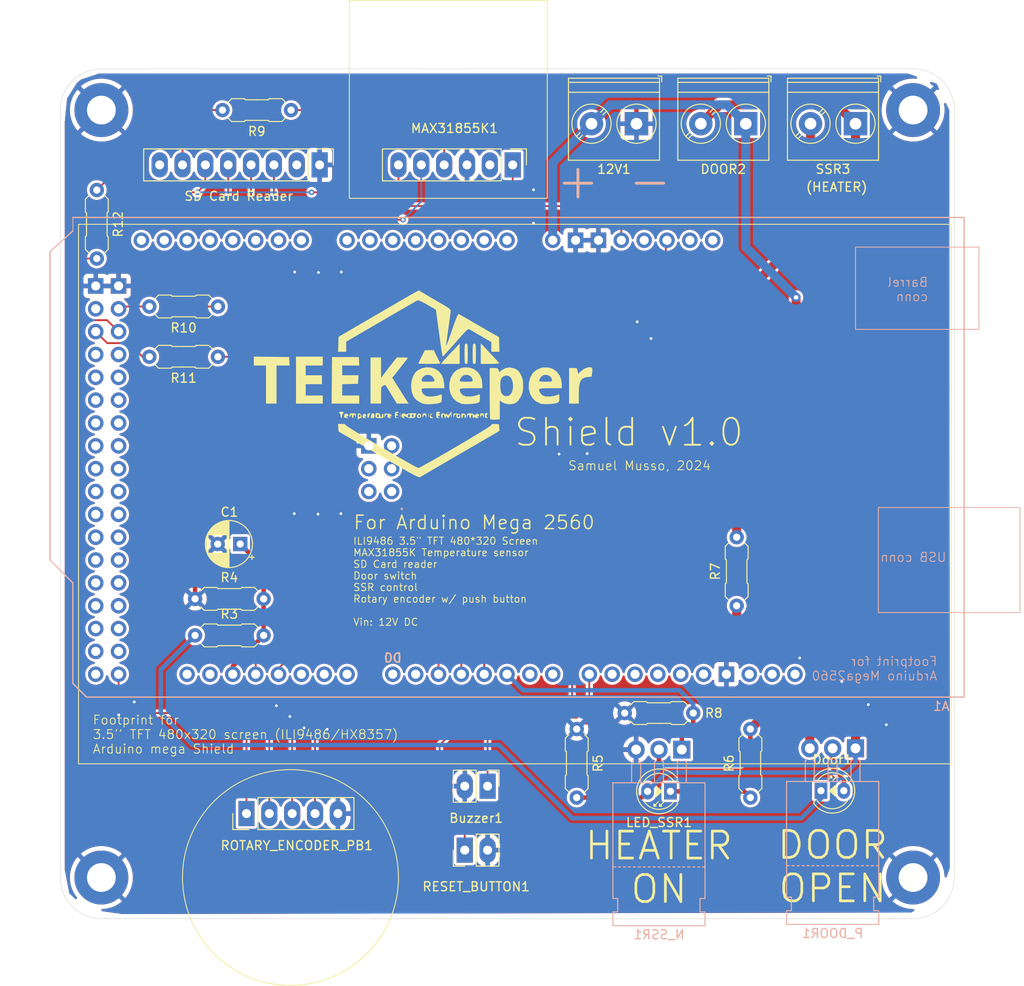
<source format=kicad_pcb>
(kicad_pcb (version 20240108) (generator "pcbnew") (generator_version "8.0")
  (layers (0 "F.Cu" signal) (31 "B.Cu" signal) (34 "B.Paste" user) (35 "F.Paste" user) (36 "B.SilkS" user "B.Silkscreen") (37 "F.SilkS" user "F.Silkscreen") (38 "B.Mask" user) (39 "F.Mask" user) (44 "Edge.Cuts" user))
  (net 0 "")
  (net 1 "/System_Shield/Analog_PCB/VIN")
  (net 2 "/System_Shield/Digital_PCB/CS")
  (net 5 "/System_Shield/Digital_PCB/CLK")
  (net 8 "/System_Shield/Analog_PCB/HEATER_CT")
  (net 14 "/System_Shield/Digital_PCB/BUZ")
  (net 16 "/System_Shield/Digital_PCB/CS_SD")
  (net 21 "/System_Shield/Digital_PCB/D2_INTRR")
  (net 28 "/System_Shield/Digital_PCB/RESET")
  (net 30 "/System_Shield/Digital_PCB/CS_PROBE")
  (net 33 "/System_Shield/Digital_PCB/D3_INTRR")
  (net 37 "/System_Shield/Analog_PCB/DOOR_SENS")
  (net 50 "/System_Shield/Digital_PCB/D4")
  (net 51 "Net-(Door1-Pad1)")
  (net 52 "Net-(P_DOOR1-D)")
  (net 53 "Net-(P_DOOR1-G)")
  (net 54 "Net-(LED_SSR1-Pad1)")
  (net 56 "Net-(N_SSR1-D)")
  (net 57 "Net-(R7-Pad2)")
  (net 66 "/System_Shield/Digital_PCB/MISO")
  (net 71 "/System_Shield/Digital_PCB/MOSI")
  (net 91 "Net-(A1-D51_MOSI)")
  (net 92 "Net-(A1-D52_SCK)")
  (net 93 "Net-(MAX31855K1-Pad4)")
  (net 94 "Net-(R12-Pad1)")
  (net 96 "GND")
  (net 98 "5V")
  (footprint "PCM_SL_Mechanical:MountingHole_3.2mm_Pad" (layer "F.Cu") (at 129.032 115.824)
    (property "Reference" "H4" (hide yes))
    (property "Value" "MountingHole_M3_3.2mm_Pad")
  )
  (footprint "PCM_Resistor_THT_AKL:R_Axial_DIN0207_L6.3mm_D2.5mm_P7.62mm_Horizontal" (layer "F.Cu") (at 181.864 99.314 -90)
    (property "Reference" "R5")
    (property "Value" "100k" (hide yes))
  )
  (footprint "PCM_Resistor_THT_AKL:R_Axial_DIN0207_L6.3mm_D2.5mm_P7.62mm_Horizontal" (layer "F.Cu") (at 139.446 84.836)
    (property "Reference" "R4")
    (property "Value" "3.3k" (hide yes))
  )
  (footprint "PCM_SL_Connectors:PinHeader_1x02_P2.54mm_Vertical" (layer "F.Cu") (at 171.958 105.664 -90)
    (property "Reference" "Buzzer1")
    (property "Value" "Buzzer_5V")
  )
  (footprint "PCM_Resistor_THT_AKL:R_Axial_DIN0207_L6.3mm_D2.5mm_P7.62mm_Horizontal" (layer "F.Cu") (at 141.986 52.324 180)
    (property "Reference" "R10")
    (property "Value" "10" (hide yes))
  )
  (footprint "PCM_arduino-library:Arduino_Mega2560_R3_Shield" (layer "F.Cu") (at 224.922 42.418 180)
    (property "Reference" "A1")
    (property "Value" "Arduino_Mega2560_R3_Shield")
  )
  (footprint "TerminalBlock_Phoenix:TerminalBlock_Phoenix_PT-1,5-2-5.0-H_1x02_P5.00mm_Horizontal" (layer "F.Cu") (at 212.852 31.996 180)
    (property "Reference" "SSR3")
    (property "Value" "Screw_Terminal_2_P5.00mm")
  )
  (footprint "PCM_SL_Mechanical:MountingHole_3.2mm_Pad" (layer "F.Cu") (at 129.032 30.48)
    (property "Reference" "H1" (hide yes))
    (property "Value" "MountingHole_M3_3.2mm_Pad")
  )
  (footprint "PCM_Resistor_THT_AKL:R_Axial_DIN0207_L6.3mm_D2.5mm_P7.62mm_Horizontal" (layer "F.Cu") (at 128.524 39.37 -90)
    (property "Reference" "R12")
    (property "Value" "10" (hide yes))
  )
  (footprint "PCM_LED_THT_AKL:LED_D4.0mm" (layer "F.Cu") (at 192.283 106.243 180)
    (property "Reference" "LED_SSR1")
    (property "Value" "LED" (hide yes))
  )
  (footprint "PCM_SL_Mechanical:MountingHole_3.2mm_Pad" (layer "F.Cu") (at 219.2528 30.48)
    (property "Reference" "H2" (hide yes))
    (property "Value" "MountingHole_M3_3.2mm_Pad")
  )
  (footprint "PCM_Resistor_THT_AKL:R_Axial_DIN0207_L6.3mm_D2.5mm_P7.62mm_Horizontal" (layer "F.Cu") (at 141.986 57.912 180)
    (property "Reference" "R11")
    (property "Value" "10" (hide yes))
  )
  (footprint "PCM_LED_THT_AKL:LED_D4.0mm" (layer "F.Cu") (at 209.0116 106.172)
    (property "Reference" "Door1")
    (property "Value" "LED" (hide yes))
  )
  (footprint "PCM_SL_Mechanical:MountingHole_3.2mm_Pad" (layer "F.Cu") (at 219.2528 115.824)
    (property "Reference" "H3" (hide yes))
    (property "Value" "MountingHole_M3_3.2mm_Pad")
  )
  (footprint "TerminalBlock_Phoenix:TerminalBlock_Phoenix_PT-1,5-2-5.0-H_1x02_P5.00mm_Horizontal" (layer "F.Cu") (at 188.508 31.996 180)
    (property "Reference" "12V1")
    (property "Value" "Screw_Terminal_2_P5.00mm")
  )
  (footprint "PCM_SL_Connectors:PinSocket_1x08_P2.54mm_Vertical" (layer "F.Cu") (at 153.289 36.576 -90)
    (property "Reference" "SD_CARD1" (hide yes))
    (property "Value" "PINHD_1x8_Female")
  )
  (footprint "PCM_Resistor_THT_AKL:R_Axial_DIN0207_L6.3mm_D2.5mm_P7.62mm_Horizontal" (layer "F.Cu") (at 199.644 85.598 90)
    (property "Reference" "R7")
    (property "Value" "100" (hide yes))
  )
  (footprint "LOGO" (layer "F.Cu") (at 164.084 60.96)
    (property "Reference" "G***" (hide yes))
    (property "Value" "LOGO" (hide yes))
  )
  (footprint "PCM_SL_Connectors:PinHeader_1x05_P2.54mm_Vertical" (layer "F.Cu") (at 145.161 108.712 90)
    (property "Reference" "ROTARY_ENCODER_PB1")
    (property "Value" "PINHD_1x5_Female")
  )
  (footprint "PCM_Resistor_THT_AKL:R_Axial_DIN0207_L6.3mm_D2.5mm_P7.62mm_Horizontal" (layer "F.Cu") (at 201.168 106.934 90)
    (property "Reference" "R6")
    (property "Value" "5k" (hide yes))
  )
  (footprint "PCM_Resistor_THT_AKL:R_Axial_DIN0207_L6.3mm_D2.5mm_P7.62mm_Horizontal" (layer "F.Cu") (at 139.446 88.9)
    (property "Reference" "R3")
    (property "Value" "5k" (hide yes))
  )
  (footprint "PCM_SL_Connectors:PinSocket_1x06_P2.54mm_Vertical" (layer "F.Cu") (at 174.752 36.576 -90)
    (property "Reference" "MAX31855K1")
    (property "Value" "PINHD_1x6_Female")
  )
  (footprint "PCM_Resistor_THT_AKL:R_Axial_DIN0207_L6.3mm_D2.5mm_P7.62mm_Horizontal" (layer "F.Cu") (at 187.198 97.536)
    (property "Reference" "R8")
    (property "Value" "10k" (hide yes))
  )
  (footprint "TerminalBlock_Phoenix:TerminalBlock_Phoenix_PT-1,5-2-5.0-H_1x02_P5.00mm_Horizontal" (layer "F.Cu") (at 200.66 31.996 180)
    (property "Reference" "DOOR2")
    (property "Value" "Screw_Terminal_2_P5.00mm")
  )
  (footprint "PCM_SL_Connectors:PinHeader_1x02_P2.54mm_Vertical" (layer "F.Cu") (at 169.418 112.776 90)
    (property "Reference" "RESET_BUTTON1")
    (property "Value" "PINHD_1x2_Female")
  )
  (footprint "PCM_Resistor_THT_AKL:R_Axial_DIN0207_L6.3mm_D2.5mm_P7.62mm_Horizontal" (layer "F.Cu") (at 150.114 30.48 180)
    (property "Reference" "R9")
    (property "Value" "10" (hide yes))
  )
  (footprint "PCM_Capacitor_THT_AKL:CP_Radial_D5.0mm_P2.50mm" (layer "F.Cu") (at 144.461113 78.74 180)
    (property "Reference" "C1")
    (property "Value" "22n" (hide yes))
  )
  (footprint "PCM_Package_TO_SOT_THT_AKL:TO-220-3_Horizontal_TabUp" (layer "B.Cu") (at 193.548 101.6 180)
    (property "Reference" "N_SSR1")
    (property "Value" "IRFZ44" (hide yes))
  )
  (footprint "PCM_Package_TO_SOT_THT_AKL:TO-220-3_Horizontal_TabUp" (layer "B.Cu") (at 212.852 101.458 180)
    (property "Reference" "P_DOOR1")
    (property "Value" "IRF4905" (hide yes))
  )
  (gr_rect (start 212.852 45.72) (end 226.568 54.864) (stroke (width 0.1)) (fill none) (layer "B.SilkS"))
  (gr_rect (start 215.392 74.676) (end 231.14 86.36) (stroke (width 0.1)) (fill none) (layer "B.SilkS"))
  (gr_rect (start 126.492 43.18) (end 223.492 103.18) (stroke (width 0.1)) (fill none) (layer "F.SilkS"))
  (gr_circle (center 150.049 115.824) (end 162.049 115.824) (stroke (width 0.1)) (fill none) (layer "F.SilkS"))
  (gr_rect (start 156.591 18.288) (end 178.591 40.288) (stroke (width 0.1)) (fill none) (layer "F.SilkS"))
  (gr_line (start 223.824799 30.988) (end 223.8248 115.824) (stroke (width 0.05)) (layer "Edge.Cuts"))
  (gr_arc (start 129.032 120.396) (mid 125.799108 119.056892) (end 124.46 115.824) (stroke (width 0.05)) (layer "Edge.Cuts"))
  (gr_arc (start 219.2528 25.879865) (mid 222.68049 27.412071) (end 223.824799 30.988) (stroke (width 0.05)) (layer "Edge.Cuts"))
  (gr_arc (start 223.8248 115.824) (mid 222.485692 119.056892) (end 219.2528 120.396) (stroke (width 0.05)) (layer "Edge.Cuts"))
  (gr_line (start 129.032 120.396) (end 219.2528 120.396) (stroke (width 0.05)) (layer "Edge.Cuts"))
  (gr_line (start 129.032 25.908) (end 219.2528 25.879865) (stroke (width 0.05)) (layer "Edge.Cuts"))
  (gr_line (start 124.46 115.824) (end 124.46 30.48) (stroke (width 0.05)) (layer "Edge.Cuts"))
  (gr_arc (start 124.46 30.48) (mid 125.799108 27.247108) (end 129.032 25.908) (stroke (width 0.05)) (layer "Edge.Cuts"))
  (gr_text "+ -" (at 179.324 36.576 180) (layer "B.SilkS") (effects (font (size 4 4) (thickness 0.3) (bold yes)) (justify left bottom mirror)))
  (gr_text "Barrel \nconn\n" (at 220.98 51.816 0) (layer "B.SilkS") (effects (font (size 1 1) (thickness 0.1)) (justify left bottom mirror)))
  (gr_text "Footprint for\nArduino Mega2560 " (at 221.996 93.98 0) (layer "B.SilkS") (effects (font (size 1 1) (thickness 0.1)) (justify left bottom mirror)))
  (gr_text "USB conn\n" (at 223.012 80.7974 0) (layer "B.SilkS") (effects (font (size 1 1) (thickness 0.1)) (justify left bottom mirror)))
  (gr_text "(HEATER)\n" (at 207.264 39.624 0) (layer "F.SilkS") (effects (font (size 1 1)) (justify left bottom)))
  (gr_text "SD Card Reader" (at 138.176 40.64 0) (layer "F.SilkS") (effects (font (size 1 1)) (justify left bottom)))
  (gr_text "HEATER\nON\n" (at 191.008 118.872 0) (layer "F.SilkS") (effects (font (size 3 3) (thickness 0.3)) (justify bottom)))
  (gr_text "Footprint for \n3.5'' TFT 480x320 screen (ILI9486/HX8357)\nArduino mega Shield" (at 128.016 102.108 0) (layer "F.SilkS") (effects (font (size 1 1) (thickness 0.1)) (justify left bottom)))
  (gr_text "For Arduino Mega 2560" (at 156.972 77.216 0) (layer "F.SilkS") (effects (font (size 1.5 1.5)) (justify left bottom)))
  (gr_text "+ -" (at 179.324 40.64 0) (layer "F.SilkS") (effects (font (size 4 4) (thickness 0.3) (bold yes)) (justify left bottom)))
  (gr_text "Shield v1.0" (at 174.752 68.072 0) (layer "F.SilkS") (effects (font (size 3 3) (thickness 0.2)) (justify left bottom)))
  (gr_text "DOOR\nOPEN" (at 210.312 118.801 0) (layer "F.SilkS") (effects (font (size 3 3) (thickness 0.3)) (justify bottom)))
  (gr_text "ILI9486 3.5{dblquote} TFT 480*320 Screen\nMAX31855K Temperature sensor\nSD Card reader\nDoor switch\nSSR control\nRotary encoder w/ push button\n\nVin: 12V DC" (at 156.972 87.884 0) (layer "F.SilkS") (effects (font (size 0.8 0.8) (thickness 0.1)) (justify left bottom)))
  (gr_text "Samuel Musso, 2024" (at 180.848 70.612 0) (layer "F.SilkS") (effects (font (size 1 1) (thickness 0.1)) (justify left bottom)))
  (segment (start 206.248 51.308) (end 206.248 82.296) (width 1) (layer "F.Cu") (net 1))
  (segment (start 212.852 94.996) (end 207.772 100.076) (width 1) (layer "F.Cu") (net 1))
  (segment (start 207.772 100.076) (end 207.772 101.458) (width 1) (layer "F.Cu") (net 1))
  (segment (start 206.248 82.296) (end 212.852 88.9) (width 1) (layer "F.Cu") (net 1))
  (segment (start 212.852 88.9) (end 212.852 94.996) (width 1) (layer "F.Cu") (net 1))
  (via (at 206.248 51.308) (size 1) (drill 0.5) (layers "F.Cu" "B.Cu") (net 1))
  (segment (start 183.508 31.996) (end 179.202 36.302) (width 1) (layer "B.Cu") (net 1))
  (segment (start 200.66 45.72) (end 200.66 31.996) (width 1) (layer "B.Cu") (net 1))
  (segment (start 198.56 29.896) (end 200.66 31.996) (width 1) (layer "B.Cu") (net 1))
  (segment (start 206.248 51.308) (end 200.66 45.72) (width 1) (layer "B.Cu") (net 1))
  (segment (start 183.508 31.996) (end 185.608 29.896) (width 1) (layer "B.Cu") (net 1))
  (segment (start 185.608 29.896) (end 198.56 29.896) (width 1) (layer "B.Cu") (net 1))
  (segment (start 179.202 36.302) (end 179.202 44.958) (width 1) (layer "B.Cu") (net 1))
  (segment (start 130.048 46.736) (end 131.064 47.752) (width 0.2) (layer "F.Cu") (net 5))
  (segment (start 134.112 47.752) (end 136.652 50.292) (width 0.2) (layer "F.Cu") (net 5))
  (segment (start 139.7 39.624) (end 132.588 39.624) (width 0.2) (layer "F.Cu") (net 5))
  (segment (start 137.16 52.324) (end 141.986 52.324) (width 0.2) (layer "F.Cu") (net 5))
  (segment (start 136.652 50.292) (end 136.652 51.816) (width 0.2) (layer "F.Cu") (net 5))
  (segment (start 131.064 47.752) (end 134.112 47.752) (width 0.2) (layer "F.Cu") (net 5))
  (segment (start 162.052 39.116) (end 162.052 36.576) (width 0.2) (layer "F.Cu") (net 5))
  (segment (start 139.7 39.624) (end 140.589 38.735) (width 0.2) (layer "F.Cu") (net 5))
  (segment (start 136.652 51.816) (end 137.16 52.324) (width 0.2) (layer "F.Cu") (net 5))
  (segment (start 161.544 39.624) (end 162.052 39.116) (width 0.2) (layer "F.Cu") (net 5))
  (segment (start 132.588 39.624) (end 130.048 42.164) (width 0.2) (layer "F.Cu") (net 5))
  (segment (start 130.048 42.164) (end 130.048 46.736) (width 0.2) (layer "F.Cu") (net 5))
  (segment (start 152.4 39.624) (end 161.544 39.624) (width 0.2) (layer "F.Cu") (net 5))
  (segment (start 140.589 38.735) (end 140.589 36.576) (width 0.2) (layer "F.Cu") (net 5))
  (via (at 152.4 39.624) (size 0.6) (drill 0.3) (layers "F.Cu" "B.Cu") (net 5))
  (via (at 139.7 39.624) (size 0.6) (drill 0.3) (layers "F.Cu" "B.Cu") (net 5))
  (segment (start 152.4 39.624) (end 139.7 39.624) (width 0.2) (layer "B.Cu") (net 5))
  (segment (start 194.818 98.679) (end 194.818 97.536) (width 0.5) (layer "F.Cu") (net 8))
  (segment (start 193.548 99.949) (end 194.818 98.679) (width 0.5) (layer "F.Cu") (net 8))
  (segment (start 193.548 101.6) (end 193.548 99.949) (width 0.5) (layer "F.Cu") (net 8))
  (segment (start 175.9 94.996) (end 193.294 94.996) (width 0.5) (layer "B.Cu") (net 8))
  (segment (start 194.818 96.52) (end 194.818 97.536) (width 0.5) (layer "B.Cu") (net 8))
  (segment (start 193.294 94.996) (end 194.818 96.52) (width 0.5) (layer "B.Cu") (net 8))
  (segment (start 174.122 93.218) (end 175.9 94.996) (width 0.5) (layer "B.Cu") (net 8))
  (segment (start 173.228 98.044) (end 181.864 98.044) (width 0.2) (layer "F.Cu") (net 14))
  (segment (start 181.864 98.044) (end 183.266 96.642) (width 0.2) (layer "F.Cu") (net 14))
  (segment (start 173.228 98.044) (end 171.958 99.314) (width 0.2) (layer "F.Cu") (net 14))
  (segment (start 183.266 96.642) (end 183.266 93.218) (width 0.2) (layer "F.Cu") (net 14))
  (segment (start 171.958 105.664) (end 171.958 99.314) (width 0.2) (layer "F.Cu") (net 14))
  (segment (start 145.669 41.021) (end 147.32 42.672) (width 0.2) (layer "F.Cu") (net 16))
  (segment (start 147.32 42.672) (end 152.4 42.672) (width 0.2) (layer "F.Cu") (net 16))
  (segment (start 152.4 42.672) (end 152.908 43.18) (width 0.2) (layer "F.Cu") (net 16))
  (segment (start 149.352 86.868) (end 148.844 87.376) (width 0.2) (layer "F.Cu") (net 16))
  (segment (start 147.828 91.44) (end 146.812 91.44) (width 0.2) (layer "F.Cu") (net 16))
  (segment (start 145.669 36.576) (end 145.669 41.021) (width 0.2) (layer "F.Cu") (net 16))
  (segment (start 151.892 86.36) (end 151.384 86.868) (width 0.2) (layer "F.Cu") (net 16))
  (segment (start 152.908 43.18) (end 152.908 46.228) (width 0.2) (layer "F.Cu") (net 16))
  (segment (start 148.844 90.424) (end 147.828 91.44) (width 0.2) (layer "F.Cu") (net 16))
  (segment (start 146.812 91.44) (end 146.182 92.07) (width 0.2) (layer "F.Cu") (net 16))
  (segment (start 151.892 47.244) (end 151.892 86.36) (width 0.2) (layer "F.Cu") (net 16))
  (segment (start 152.908 46.228) (end 151.892 47.244) (width 0.2) (layer "F.Cu") (net 16))
  (segment (start 146.182 92.07) (end 146.182 93.218) (width 0.2) (layer "F.Cu") (net 16))
  (segment (start 151.384 86.868) (end 149.352 86.868) (width 0.2) (layer "F.Cu") (net 16))
  (segment (start 148.844 87.376) (end 148.844 90.424) (width 0.2) (layer "F.Cu") (net 16))
  (segment (start 159.004 98.044) (end 153.924 98.044) (width 0.2) (layer "F.Cu") (net 21))
  (segment (start 161.036 89.916) (end 160.02 90.932) (width 0.2) (layer "F.Cu") (net 21))
  (segment (start 160.02 90.932) (end 160.02 97.028) (width 0.2) (layer "F.Cu") (net 21))
  (segment (start 166.502 90.81) (end 165.608 89.916) (width 0.2) (layer "F.Cu") (net 21))
  (segment (start 166.502 93.218) (end 166.502 90.81) (width 0.2) (layer "F.Cu") (net 21))
  (segment (start 165.608 89.916) (end 161.036 89.916) (width 0.2) (layer "F.Cu") (net 21))
  (segment (start 160.02 97.028) (end 159.004 98.044) (width 0.2) (layer "F.Cu") (net 21))
  (segment (start 153.924 98.044) (end 152.781 99.187) (width 0.2) (layer "F.Cu") (net 21))
  (segment (start 152.781 99.187) (end 152.781 108.712) (width 0.2) (layer "F.Cu") (net 21))
  (segment (start 167.64 109.22) (end 166.624 108.204) (width 0.2) (layer "F.Cu") (net 28))
  (segment (start 169.418 112.776) (end 169.418 110.8202) (width 0.2) (layer "F.Cu") (net 28))
  (segment (start 171.196 96.52) (end 180.848 96.52) (width 0.2) (layer "F.Cu") (net 28))
  (segment (start 191.77 52.578) (end 191.77 45.09) (width 0.2) (layer "F.Cu") (net 28))
  (segment (start 191.77 45.09) (end 191.902 44.958) (width 0.2) (layer "F.Cu") (net 28))
  (segment (start 181.356 62.992) (end 191.77 52.578) (width 0.2) (layer "F.Cu") (net 28))
  (segment (start 169.418 110.8202) (end 167.8178 109.22) (width 0.2) (layer "F.Cu") (net 28))
  (segment (start 181.356 96.012) (end 181.356 62.992) (width 0.2) (layer "F.Cu") (net 28))
  (segment (start 167.8178 109.22) (end 167.64 109.22) (width 0.2) (layer "F.Cu") (net 28))
  (segment (start 166.624 101.092) (end 171.196 96.52) (width 0.2) (layer "F.Cu") (net 28))
  (segment (start 166.624 108.204) (end 166.624 101.092) (width 0.2) (layer "F.Cu") (net 28))
  (segment (start 180.848 96.52) (end 181.356 96.012) (width 0.2) (layer "F.Cu") (net 28))
  (segment (start 148.722 93.218) (end 148.722 92.578) (width 0.2) (layer "F.Cu") (net 30))
  (segment (start 154.94 42.672) (end 162.56 42.672) (width 0.2) (layer "F.Cu") (net 30))
  (segment (start 149.86 91.44) (end 153.416 91.44) (width 0.2) (layer "F.Cu") (net 30))
  (segment (start 154.432 43.18) (end 154.94 42.672) (width 0.2) (layer "F.Cu") (net 30))
  (segment (start 148.722 92.578) (end 149.86 91.44) (width 0.2) (layer "F.Cu") (net 30))
  (segment (start 153.416 91.44) (end 154.432 90.424) (width 0.2) (layer "F.Cu") (net 30))
  (segment (start 154.432 90.424) (end 154.432 43.18) (width 0.2) (layer "F.Cu") (net 30))
  (via (at 162.56 42.672) (size 0.6) (drill 0.3) (layers "F.Cu" "B.Cu") (net 30))
  (segment (start 162.56 42.672) (end 164.592 40.64) (width 0.2) (layer "B.Cu") (net 30))
  (segment (start 164.592 40.64) (end 164.592 36.576) (width 0.2) (layer "B.Cu") (net 30))
  (segment (start 152.908 96.52) (end 150.241 99.187) (width 0.2) (layer "F.Cu") (net 33))
  (segment (start 159.004 89.916) (end 159.004 95.504) (width 0.2) (layer "F.Cu") (net 33))
  (segment (start 159.004 95.504) (end 157.988 96.52) (width 0.2) (layer "F.Cu") (net 33))
  (segment (start 167.64 88.9) (end 160.02 88.9) (width 0.2) (layer "F.Cu") (net 33))
  (segment (start 150.241 99.187) (end 150.241 108.712) (width 0.2) (layer "F.Cu") (net 33))
  (segment (start 169.042 93.218) (end 169.042 90.302) (width 0.2) (layer "F.Cu") (net 33))
  (segment (start 169.042 90.302) (end 167.64 88.9) (width 0.2) (layer "F.Cu") (net 33))
  (segment (start 157.988 96.52) (end 152.908 96.52) (width 0.2) (layer "F.Cu") (net 33))
  (segment (start 160.02 88.9) (end 159.004 89.916) (width 0.2) (layer "F.Cu") (net 33))
  (segment (start 147.066 88.9) (end 147.066 81.344887) (width 0.5) (layer "F.Cu") (net 37))
  (segment (start 147.066 88.9) (end 143.642 92.324) (width 0.5) (layer "F.Cu") (net 37))
  (segment (start 147.066 81.344887) (end 144.461113 78.74) (width 0.5) (layer "F.Cu") (net 37))
  (segment (start 143.642 92.324) (end 143.642 93.218) (width 0.5) (layer "F.Cu") (net 37))
  (segment (start 159.512 87.884) (end 157.988 89.408) (width 0.2) (layer "F.Cu") (net 50))
  (segment (start 157.988 94.361) (end 157.353 94.996) (width 0.2) (layer "F.Cu") (net 50))
  (segment (start 147.701 98.679) (end 147.701 108.712) (width 0.2) (layer "F.Cu") (net 50))
  (segment (start 151.384 94.996) (end 147.701 98.679) (width 0.2) (layer "F.Cu") (net 50))
  (segment (start 171.582 93.218) (end 171.582 89.794) (width 0.2) (layer "F.Cu") (net 50))
  (segment (start 169.672 87.884) (end 159.512 87.884) (width 0.2) (layer "F.Cu") (net 50))
  (segment (start 157.353 94.996) (end 151.384 94.996) (width 0.2) (layer "F.Cu") (net 50))
  (segment (start 171.582 89.794) (end 169.672 87.884) (width 0.2) (layer "F.Cu") (net 50))
  (segment (start 157.988 89.408) (end 157.988 94.361) (width 0.2) (layer "F.Cu") (net 50))
  (segment (start 135.636 92.71) (end 139.446 88.9) (width 0.5) (layer "B.Cu") (net 51))
  (segment (start 139.192 101.092) (end 135.636 97.536) (width 0.5) (layer "B.Cu") (net 51))
  (segment (start 209.0116 106.172) (end 209.0116 107.0354) (width 0.5) (layer "B.Cu") (net 51))
  (segment (start 181.356 109.22) (end 173.228 101.092) (width 0.5) (layer "B.Cu") (net 51))
  (segment (start 209.0116 107.0354) (end 206.827 109.22) (width 0.5) (layer "B.Cu") (net 51))
  (segment (start 173.228 101.092) (end 139.192 101.092) (width 0.5) (layer "B.Cu") (net 51))
  (segment (start 206.827 109.22) (end 181.356 109.22) (width 0.5) (layer "B.Cu") (net 51))
  (segment (start 135.636 97.536) (end 135.636 92.71) (width 0.5) (layer "B.Cu") (net 51))
  (segment (start 211.5516 104.8716) (end 211.5516 106.172) (width 0.5) (layer "F.Cu") (net 52))
  (segment (start 210.312 103.632) (end 211.5516 104.8716) (width 0.5) (layer "F.Cu") (net 52))
  (segment (start 210.312 101.458) (end 210.312 103.632) (width 0.5) (layer "F.Cu") (net 52))
  (segment (start 189.052 106.934) (end 189.743 106.243) (width 0.5) (layer "F.Cu") (net 53))
  (segment (start 181.864 106.934) (end 189.052 106.934) (width 0.5) (layer "F.Cu") (net 53))
  (segment (start 217.424 95.504) (end 212.852 100.076) (width 1) (layer "F.Cu") (net 53))
  (segment (start 197.76 29.896) (end 210.752 29.896) (width 1) (layer "F.Cu") (net 53))
  (segment (start 212.852 100.076) (end 212.852 101.458) (width 1) (layer "F.Cu") (net 53))
  (segment (start 217.424 83.312) (end 217.424 95.504) (width 1) (layer "F.Cu") (net 53))
  (segment (start 210.752 29.896) (end 212.852 31.996) (width 1) (layer "F.Cu") (net 53))
  (segment (start 212.852 78.74) (end 217.424 83.312) (width 1) (layer "F.Cu") (net 53))
  (segment (start 212.852 31.996) (end 212.852 78.74) (width 1) (layer "F.Cu") (net 53))
  (segment (start 195.66 31.996) (end 197.76 29.896) (width 1) (layer "F.Cu") (net 53))
  (segment (start 212.852 103.124) (end 212.852 101.458) (width 0.5) (layer "B.Cu") (net 53))
  (segment (start 191.846 104.14) (end 211.836 104.14) (width 0.5) (layer "B.Cu") (net 53))
  (segment (start 189.743 106.243) (end 191.846 104.14) (width 0.5) (layer "B.Cu") (net 53))
  (segment (start 211.836 104.14) (end 212.852 103.124) (width 0.5) (layer "B.Cu") (net 53))
  (segment (start 192.283 106.243) (end 200.477 106.243) (width 0.5) (layer "F.Cu") (net 54))
  (segment (start 200.477 106.243) (end 201.168 106.934) (width 0.5) (layer "F.Cu") (net 54))
  (segment (start 191.008 103.005) (end 191.008 101.6) (width 0.5) (layer "F.Cu") (net 56))
  (segment (start 199.644 88.9) (end 200.66 89.916) (width 1) (layer "F.Cu") (net 56))
  (segment (start 208.788 92.964) (end 208.788 95.504) (width 1) (layer "F.Cu") (net 56))
  (segment (start 207.264 97.028) (end 203.454 97.028) (width 1) (layer "F.Cu") (net 56))
  (segment (start 200.126 103.15) (end 191.153 103.15) (width 0.5) (layer "F.Cu") (net 56))
  (segment (start 207.264 89.916) (end 208.788 91.44) (width 1) (layer "F.Cu") (net 56))
  (segment (start 199.644 85.598) (end 199.644 88.9) (width 1) (layer "F.Cu") (net 56))
  (segment (start 208.788 92.456) (end 208.788 92.964) (width 1) (layer "F.Cu") (net 56))
  (segment (start 208.788 91.44) (end 208.788 92.964) (width 1) (layer "F.Cu") (net 56))
  (segment (start 191.153 103.15) (end 191.008 103.005) (width 0.5) (layer "F.Cu") (net 56))
  (segment (start 204.724 89.916) (end 207.264 89.916) (width 1) (layer "F.Cu") (net 56))
  (segment (start 201.168 99.314) (end 201.168 102.108) (width 0.5) (layer "F.Cu") (net 56))
  (segment (start 203.454 97.028) (end 201.168 99.314) (width 1) (layer "F.Cu") (net 56))
  (segment (start 201.168 102.108) (end 200.126 103.15) (width 0.5) (layer "F.Cu") (net 56))
  (segment (start 208.788 95.504) (end 207.264 97.028) (width 1) (layer "F.Cu") (net 56))
  (segment (start 200.66 89.916) (end 204.724 89.916) (width 1) (layer "F.Cu") (net 56))
  (segment (start 207.852 43.608) (end 207.852 31.996) (width 1) (layer "F.Cu") (net 57))
  (segment (start 199.644 51.816) (end 207.852 43.608) (width 1) (layer "F.Cu") (net 57))
  (segment (start 199.644 77.978) (end 199.644 78.232) (width 0.5) (layer "F.Cu") (net 57))
  (segment (start 199.644 77.978) (end 199.644 51.816) (width 1) (layer "F.Cu") (net 57))
  (segment (start 127.5016 53.8416) (end 125.984 52.324) (width 0.2) (layer "F.Cu") (net 66))
  (segment (start 125.984 39.624) (end 125.984 46.228) (width 0.2) (layer "F.Cu") (net 66))
  (segment (start 142.494 30.48) (end 135.128 30.48) (width 0.2) (layer "F.Cu") (net 66))
  (segment (start 125.984 47.752) (end 125.984 46.228) (width 0.2) (layer "F.Cu") (net 66))
  (segment (start 125.984 52.324) (end 125.984 47.752) (width 0.2) (layer "F.Cu") (net 66))
  (segment (start 129.6656 53.8416) (end 127.5016 53.8416) (width 0.2) (layer "F.Cu") (net 66))
  (segment (start 130.942 55.118) (end 129.6656 53.8416) (width 0.2) (layer "F.Cu") (net 66))
  (segment (start 135.128 30.48) (end 125.984 39.624) (width 0.2) (layer "F.Cu") (net 66))
  (segment (start 128.524 46.99) (end 126.746 46.99) (width 0.2) (layer "F.Cu") (net 66))
  (segment (start 126.746 46.99) (end 125.984 47.752) (width 0.2) (layer "F.Cu") (net 66))
  (segment (start 131.572 43.688) (end 133.096 42.164) (width 0.2) (layer "F.Cu") (net 71))
  (segment (start 131.572 45.72) (end 131.572 43.688) (width 0.2) (layer "F.Cu") (net 71))
  (segment (start 135.636 46.736) (end 132.588 46.736) (width 0.2) (layer "F.Cu") (net 71))
  (segment (start 141.986 57.912) (end 143.256 57.912) (width 0.2) (layer "F.Cu") (net 71))
  (segment (start 143.256 48.768) (end 137.668 48.768) (width 0.2) (layer "F.Cu") (net 71))
  (segment (start 143.129 40.259) (end 143.129 36.576) (width 0.2) (layer "F.Cu") (net 71))
  (segment (start 143.256 57.912) (end 144.272 56.896) (width 0.2) (layer "F.Cu") (net 71))
  (segment (start 137.668 48.768) (end 135.636 46.736) (width 0.2) (layer "F.Cu") (net 71))
  (segment (start 133.096 42.164) (end 141.224 42.164) (width 0.2) (layer "F.Cu") (net 71))
  (segment (start 132.588 46.736) (end 131.572 45.72) (width 0.2) (layer "F.Cu") (net 71))
  (segment (start 144.272 56.896) (end 144.272 49.784) (width 0.2) (layer "F.Cu") (net 71))
  (segment (start 141.224 42.164) (end 143.129 40.259) (width 0.2) (layer "F.Cu") (net 71))
  (segment (start 144.272 49.784) (end 143.256 48.768) (width 0.2) (layer "F.Cu") (net 71))
  (segment (start 132.0864 56.3944) (end 133.604 57.912) (width 0.2) (layer "F.Cu") (net 91))
  (segment (start 129.6784 56.3944) (end 132.0864 56.3944) (width 0.2) (layer "F.Cu") (net 91))
  (segment (start 128.402 55.118) (end 129.6784 56.3944) (width 0.2) (layer "F.Cu") (net 91))
  (segment (start 133.604 57.912) (end 134.366 57.912) (width 0.2) (layer "F.Cu") (net 91))
  (segment (start 134.366 52.324) (end 131.196 52.324) (width 0.2) (layer "F.Cu") (net 92))
  (segment (start 131.196 52.324) (end 130.942 52.578) (width 0.2) (layer "F.Cu") (net 92))
  (segment (start 167.132 36.576) (end 167.132 32.004) (width 0.2) (layer "F.Cu") (net 93))
  (segment (start 165.608 30.48) (end 150.114 30.48) (width 0.2) (layer "F.Cu") (net 93))
  (segment (start 167.132 32.004) (end 165.608 30.48) (width 0.2) (layer "F.Cu") (net 93))
  (segment (start 137.668 34.036) (end 138.049 34.417) (width 0.2) (layer "F.Cu") (net 94))
  (segment (start 138.049 34.417) (end 138.049 36.576) (width 0.2) (layer "F.Cu") (net 94))
  (segment (start 133.858 34.036) (end 137.668 34.036) (width 0.2) (layer "F.Cu") (net 94))
  (segment (start 128.524 39.37) (end 133.858 34.036) (width 0.2) (layer "F.Cu") (net 94))
  (segment (start 186.182 99.568) (end 186.182 100.838) (width 0.5) (layer "F.Cu") (net 96))
  (segment (start 139.446 81.255113) (end 141.961113 78.74) (width 0.5) (layer "F.Cu") (net 96))
  (segment (start 182.626 98.552) (end 185.166 98.552) (width 0.5) (layer "F.Cu") (net 96))
  (segment (start 186.944 101.6) (end 188.468 101.6) (width 0.5) (layer "F.Cu") (net 96))
  (segment (start 186.182 98.552) (end 187.198 97.536) (width 0.5) (layer "F.Cu") (net 96))
  (segment (start 186.182 100.838) (end 186.944 101.6) (width 0.5) (layer "F.Cu") (net 96))
  (segment (start 185.166 98.552) (end 186.182 99.568) (width 0.5) (layer "F.Cu") (net 96))
  (segment (start 186.182 99.568) (end 186.182 98.552) (width 0.5) (layer "F.Cu") (net 96))
  (segment (start 181.864 99.314) (end 182.626 98.552) (width 0.5) (layer "F.Cu") (net 96))
  (segment (start 139.446 84.836) (end 139.446 81.255113) (width 0.5) (layer "F.Cu") (net 96))
  (via (at 214.2744 96.5962) (size 0.6) (drill 0.3) (layers "F.Cu" "B.Cu") (net 96))
  (via (at 183.0324 68.6816) (size 0.6) (drill 0.3) (layers "F.Cu" "B.Cu") (net 96))
  (via (at 149.987 97.917) (size 0.6) (drill 0.3) (layers "F.Cu" "B.Cu") (net 96))
  (via (at 177.0634 39.3446) (size 0.6) (drill 0.3) (layers "F.Cu" "B.Cu") (net 96))
  (via (at 150.5204 48.4886) (size 0.6) (drill 0.3) (layers "F.Cu" "B.Cu") (net 96))
  (via (at 216.281 98.8314) (size 0.6) (drill 0.3) (layers "F.Cu" "B.Cu") (net 96))
  (via (at 155.6512 75.3618) (size 0.6) (drill 0.3) (layers "F.Cu" "B.Cu") (net 96))
  (via (at 155.702 48.4886) (size 0.6) (drill 0.3) (layers "F.Cu" "B.Cu") (net 96))
  (via (at 153.162 48.5394) (size 0.6) (drill 0.3) (layers "F.Cu" "B.Cu") (net 96))
  (via (at 190.119 55.88) (size 0.6) (drill 0.3) (layers "F.Cu" "B.Cu") (net 96))
  (via (at 211.328 94.0308) (size 0.6) (drill 0.3) (layers "F.Cu" "B.Cu") (net 96))
  (via (at 150.4696 75.3618) (size 0.6) (drill 0.3) (layers "F.Cu" "B.Cu") (net 96))
  (via (at 153.1112 75.4126) (size 0.6) (drill 0.3) (layers "F.Cu" "B.Cu") (net 96))
  (via (at 206.6544 91.4146) (size 0.6) (drill 0.3) (layers "F.Cu" "B.Cu") (net 96))
  (via (at 177.0634 43.053) (size 0.6) (drill 0.3) (layers "F.Cu" "B.Cu") (net 96))
  (via (at 151.5618 99.187) (size 0.6) (drill 0.3) (layers "F.Cu" "B.Cu") (net 96))
  (via (at 130.9624 97.7392) (size 0.6) (drill 0.3) (layers "F.Cu" "B.Cu") (net 96))
  (via (at 154.1272 99.3394) (size 0.6) (drill 0.3) (layers "F.Cu" "B.Cu") (net 96))
  (via (at 132.6896 96.2914) (size 0.6) (drill 0.3) (layers "F.Cu" "B.Cu") (net 96))
  (via (at 179.9082 68.7324) (size 0.6) (drill 0.3) (layers "F.Cu" "B.Cu") (net 96))
  (via (at 148.4884 96.7232) (size 0.6) (drill 0.3) (layers "F.Cu" "B.Cu") (net 96))
  (via (at 188.595 54.0258) (size 0.6) (drill 0.3) (layers "F.Cu" "B.Cu") (net 96))
  (segment (start 148.7932 96.7232) (end 149.987 97.917) (width 0.2) (layer "B.Cu") (net 96))
  (segment (start 153.1874 75.4888) (end 155.5242 75.4888) (width 0.2) (layer "B.Cu") (net 96))
  (segment (start 190.119 55.5498) (end 190.119 55.88) (width 0.2) (layer "B.Cu") (net 96))
  (segment (start 151.5618 99.187) (end 153.9748 99.187) (width 0.2) (layer "B.Cu") (net 96))
  (segment (start 214.2744 96.5962) (end 216.281 98.6028) (width 0.2) (layer "B.Cu") (net 96))
  (segment (start 150.4696 75.3618) (end 153.0604 75.3618) (width 0.2) (layer "B.Cu") (net 96))
  (segment (start 214.2744 96.5962) (end 213.8934 96.5962) (width 0.2) (layer "B.Cu") (net 96))
  (segment (start 151.5618 99.187) (end 150.2918 97.917) (width 0.2) (layer "B.Cu") (net 96))
  (segment (start 155.5242 75.4888) (end 155.6512 75.3618) (width 0.2) (layer "B.Cu") (net 96))
  (segment (start 148.4884 96.7232) (end 148.7932 96.7232) (width 0.2) (layer "B.Cu") (net 96))
  (segment (start 216.281 98.6028) (end 216.281 98.8314) (width 0.2) (layer "B.Cu") (net 96))
  (segment (start 177.0634 43.053) (end 177.0634 39.3446) (width 0.2) (layer "B.Cu") (net 96))
  (segment (start 153.9748 99.187) (end 154.1272 99.3394) (width 0.2) (layer "B.Cu") (net 96))
  (segment (start 213.8934 96.5962) (end 211.328 94.0308) (width 0.2) (layer "B.Cu") (net 96))
  (segment (start 150.2918 97.917) (end 149.987 97.917) (width 0.2) (layer "B.Cu") (net 96))
  (segment (start 153.1112 48.4886) (end 153.162 48.5394) (width 0.2) (layer "B.Cu") (net 96))
  (segment (start 153.0604 75.3618) (end 153.1112 75.4126) (width 0.2) (layer "B.Cu") (net 96))
  (segment (start 188.595 54.0258) (end 190.119 55.5498) (width 0.2) (layer "B.Cu") (net 96))
  (segment (start 132.4102 96.2914) (end 132.6896 96.2914) (width 0.2) (layer "B.Cu") (net 96))
  (segment (start 155.702 48.4886) (end 153.2128 48.4886) (width 0.2) (layer "B.Cu") (net 96))
  (segment (start 153.2128 48.4886) (end 153.162 48.5394) (width 0.2) (layer "B.Cu") (net 96))
  (segment (start 206.6544 91.4146) (end 208.7118 91.4146) (width 0.2) (layer "B.Cu") (net 96))
  (segment (start 208.7118 91.4146) (end 211.328 94.0308) (width 0.2) (layer "B.Cu") (net 96))
  (segment (start 130.9624 97.7392) (end 132.4102 96.2914) (width 0.2) (layer "B.Cu") (net 96))
  (segment (start 153.1112 75.4126) (end 153.1874 75.4888) (width 0.2) (layer "B.Cu") (net 96))
  (segment (start 182.9816 68.7324) (end 183.0324 68.6816) (width 0.2) (layer "B.Cu") (net 96))
  (segment (start 179.9082 68.7324) (end 182.9816 68.7324) (width 0.2) (layer "B.Cu") (net 96))
  (segment (start 150.5204 48.4886) (end 153.1112 48.4886) (width 0.2) (layer "B.Cu") (net 96))
  (segment (start 184.404 41.148) (end 186.822 43.566) (width 0.2) (layer "F.Cu") (net 98))
  (segment (start 174.752 40.132) (end 175.768 41.148) (width 0.2) (layer "F.Cu") (net 98))
  (segment (start 186.822 43.566) (end 186.822 44.958) (width 0.2) (layer "F.Cu") (net 98))
  (segment (start 149.352 41.148) (end 175.768 41.148) (width 0.2) (layer "F.Cu") (net 98))
  (segment (start 144.272 97.536) (end 145.161 98.425) (width 0.2) (layer "F.Cu") (net 98))
  (segment (start 148.209 36.576) (end 148.209 40.005) (width 0.2) (layer "F.Cu") (net 98))
  (segment (start 130.942 96.144) (end 132.334 97.536) (width 0.2) (layer "F.Cu") (net 98))
  (segment (start 130.942 93.218) (end 130.942 96.144) (width 0.2) (layer "F.Cu") (net 98))
  (segment (start 148.209 40.005) (end 149.352 41.148) (width 0.2) (layer "F.Cu") (net 98))
  (segment (start 175.768 41.148) (end 184.404 41.148) (width 0.2) (layer "F.Cu") (net 98))
  (segment (start 132.334 97.536) (end 144.272 97.536) (width 0.2) (layer "F.Cu") (net 98))
  (segment (start 174.752 36.576) (end 174.752 40.132) (width 0.2) (layer "F.Cu") (net 98))
  (segment (start 145.161 98.425) (end 145.161 108.712) (width 0.2) (layer "F.Cu") (net 98))
  (zone (net 96) (net_name "GND") (layers "F&B.Cu") (name "Ground Plane") (connect_pads (clearance 0)) (min_thickness 0.25) (fill yes (thermal_gap 0.5) (thermal_bridge_width 0.5) (smoothing chamfer) (radius 2) (island_removal_mode 2) (island_area_min 10))
    (polygon (pts (xy 125.476 27.94) (xy 127.508 26.416) (xy 220.472 26.416) (xy 223.266 28.6766) (xy 223.3422 116.6622) (xy 220.9546 119.7102) (xy 129.54 119.888) (xy 125.984 118.872) (xy 124.968 116.332) (xy 124.968 30.48)))
  )
)
</source>
